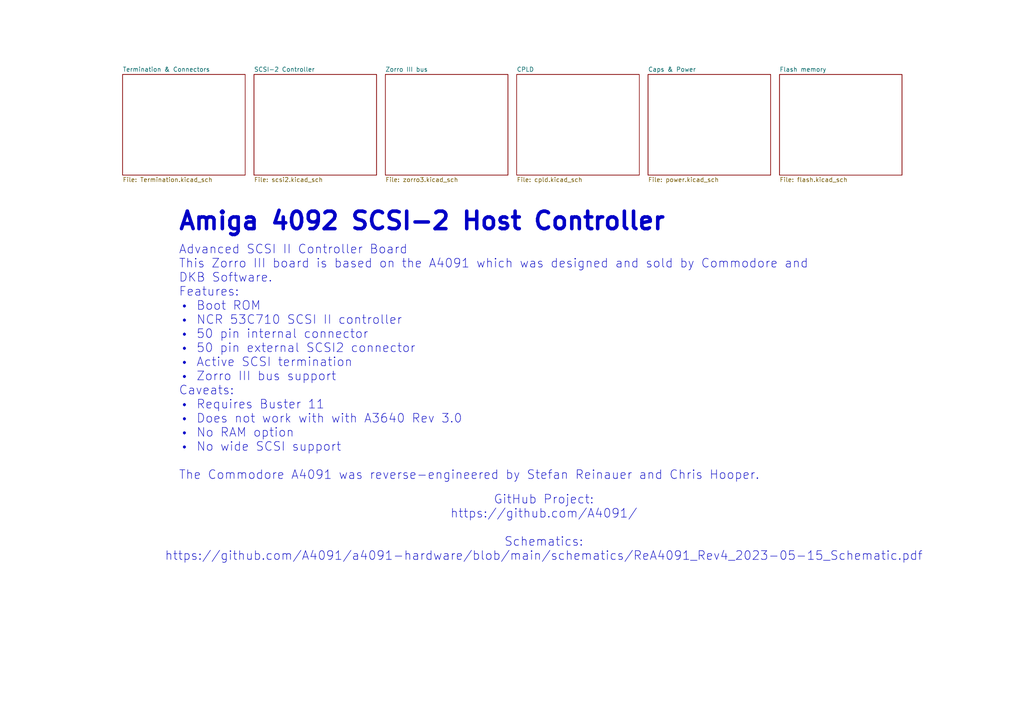
<source format=kicad_sch>
(kicad_sch
	(version 20250114)
	(generator "eeschema")
	(generator_version "9.0")
	(uuid "8f9f4021-47aa-41d9-bea7-f6ccf72098bb")
	(paper "A4")
	(title_block
		(title "A4092")
		(rev "PROTO0")
		(company "amiga.technology")
	)
	(lib_symbols)
	(text "Advanced SCSI II Controller Board\nThis Zorro III board is based on the A4091 which was designed and sold by Commodore and\nDKB Software.\nFeatures:\n• Boot ROM\n• NCR 53C710 SCSI II controller\n• 50 pin internal connector\n• 50 pin external SCSI2 connector\n• Active SCSI termination\n• Zorro III bus support\nCaveats:\n• Requires Buster 11\n• Does not work with with A3640 Rev 3.0\n• No RAM option\n• No wide SCSI support\n\nThe Commodore A4091 was reverse-engineered by Stefan Reinauer and Chris Hooper. "
		(exclude_from_sim no)
		(at 51.816 105.156 0)
		(effects
			(font
				(size 2.54 2.54)
			)
			(justify left)
		)
		(uuid "363a9f3a-b894-40a2-9e9f-dc4ebfc1fee5")
	)
	(text "GitHub Project:\nhttps://github.com/A4091/\n\nSchematics:\nhttps://github.com/A4091/a4091-hardware/blob/main/schematics/ReA4091_Rev4_2023-05-15_Schematic.pdf"
		(exclude_from_sim no)
		(at 157.734 153.162 0)
		(effects
			(font
				(size 2.54 2.54)
			)
		)
		(uuid "b26551c3-a6a4-43fd-b17b-3a63f4664a89")
	)
	(text "Amiga 4092 SCSI-2 Host Controller\n"
		(exclude_from_sim no)
		(at 122.428 64.262 0)
		(effects
			(font
				(size 5.08 5.08)
				(thickness 1.016)
				(bold yes)
			)
		)
		(uuid "c6531cf0-d2cd-433f-a591-9bba1b6cad6b")
	)
	(sheet
		(at 187.96 21.59)
		(size 35.56 29.21)
		(exclude_from_sim no)
		(in_bom yes)
		(on_board yes)
		(dnp no)
		(fields_autoplaced yes)
		(stroke
			(width 0.1524)
			(type solid)
		)
		(fill
			(color 0 0 0 0.0000)
		)
		(uuid "166c366c-e5f9-4398-87d9-75fc4b57be99")
		(property "Sheetname" "Caps & Power"
			(at 187.96 20.8784 0)
			(effects
				(font
					(size 1.27 1.27)
				)
				(justify left bottom)
			)
		)
		(property "Sheetfile" "power.kicad_sch"
			(at 187.96 51.3846 0)
			(effects
				(font
					(size 1.27 1.27)
				)
				(justify left top)
			)
		)
		(instances
			(project "A4092"
				(path "/8f9f4021-47aa-41d9-bea7-f6ccf72098bb"
					(page "6")
				)
			)
		)
	)
	(sheet
		(at 73.66 21.59)
		(size 35.56 29.21)
		(exclude_from_sim no)
		(in_bom yes)
		(on_board yes)
		(dnp no)
		(fields_autoplaced yes)
		(stroke
			(width 0.1524)
			(type solid)
		)
		(fill
			(color 0 0 0 0.0000)
		)
		(uuid "2daf4fe3-1e72-4ad5-914a-264df02f69b3")
		(property "Sheetname" "SCSI-2 Controller"
			(at 73.66 20.8784 0)
			(effects
				(font
					(size 1.27 1.27)
				)
				(justify left bottom)
			)
		)
		(property "Sheetfile" "scsi2.kicad_sch"
			(at 73.66 51.3846 0)
			(effects
				(font
					(size 1.27 1.27)
				)
				(justify left top)
			)
		)
		(instances
			(project "A4092"
				(path "/8f9f4021-47aa-41d9-bea7-f6ccf72098bb"
					(page "3")
				)
			)
		)
	)
	(sheet
		(at 35.56 21.59)
		(size 35.56 29.21)
		(exclude_from_sim no)
		(in_bom yes)
		(on_board yes)
		(dnp no)
		(fields_autoplaced yes)
		(stroke
			(width 0.1524)
			(type solid)
		)
		(fill
			(color 0 0 0 0.0000)
		)
		(uuid "53e9e23b-3b92-4a87-a15c-9c224d6145c5")
		(property "Sheetname" "Termination & Connectors"
			(at 35.56 20.8784 0)
			(effects
				(font
					(size 1.27 1.27)
				)
				(justify left bottom)
			)
		)
		(property "Sheetfile" "Termination.kicad_sch"
			(at 35.56 51.3846 0)
			(effects
				(font
					(size 1.27 1.27)
				)
				(justify left top)
			)
		)
		(instances
			(project "A4092"
				(path "/8f9f4021-47aa-41d9-bea7-f6ccf72098bb"
					(page "2")
				)
			)
		)
	)
	(sheet
		(at 111.76 21.59)
		(size 35.56 29.21)
		(exclude_from_sim no)
		(in_bom yes)
		(on_board yes)
		(dnp no)
		(fields_autoplaced yes)
		(stroke
			(width 0.1524)
			(type solid)
		)
		(fill
			(color 0 0 0 0.0000)
		)
		(uuid "54ff82a5-3c96-49ab-8139-25683e385401")
		(property "Sheetname" "Zorro III bus"
			(at 111.76 20.8784 0)
			(effects
				(font
					(size 1.27 1.27)
				)
				(justify left bottom)
			)
		)
		(property "Sheetfile" "zorro3.kicad_sch"
			(at 111.76 51.3846 0)
			(effects
				(font
					(size 1.27 1.27)
				)
				(justify left top)
			)
		)
		(instances
			(project "A4092"
				(path "/8f9f4021-47aa-41d9-bea7-f6ccf72098bb"
					(page "5")
				)
			)
		)
	)
	(sheet
		(at 226.0914 21.5967)
		(size 35.5286 29.2033)
		(exclude_from_sim no)
		(in_bom yes)
		(on_board yes)
		(dnp no)
		(fields_autoplaced yes)
		(stroke
			(width 0.1524)
			(type solid)
		)
		(fill
			(color 0 0 0 0.0000)
		)
		(uuid "5b91ebe5-f6af-47e6-bce1-1077a0e66fb0")
		(property "Sheetname" "Flash memory"
			(at 226.0914 20.8851 0)
			(effects
				(font
					(size 1.27 1.27)
				)
				(justify left bottom)
			)
		)
		(property "Sheetfile" "flash.kicad_sch"
			(at 226.0914 51.3846 0)
			(effects
				(font
					(size 1.27 1.27)
				)
				(justify left top)
			)
		)
		(instances
			(project "A4092"
				(path "/8f9f4021-47aa-41d9-bea7-f6ccf72098bb"
					(page "7")
				)
			)
		)
	)
	(sheet
		(at 149.86 21.59)
		(size 35.56 29.21)
		(exclude_from_sim no)
		(in_bom yes)
		(on_board yes)
		(dnp no)
		(fields_autoplaced yes)
		(stroke
			(width 0.1524)
			(type solid)
		)
		(fill
			(color 0 0 0 0.0000)
		)
		(uuid "6ae4417c-9681-4757-b289-033d6e31deb3")
		(property "Sheetname" "CPLD"
			(at 149.86 20.8784 0)
			(effects
				(font
					(size 1.27 1.27)
				)
				(justify left bottom)
			)
		)
		(property "Sheetfile" "cpld.kicad_sch"
			(at 149.86 51.3846 0)
			(effects
				(font
					(size 1.27 1.27)
				)
				(justify left top)
			)
		)
		(instances
			(project "A4092"
				(path "/8f9f4021-47aa-41d9-bea7-f6ccf72098bb"
					(page "4")
				)
			)
		)
	)
	(sheet_instances
		(path "/"
			(page "1")
		)
	)
	(embedded_fonts no)
)

</source>
